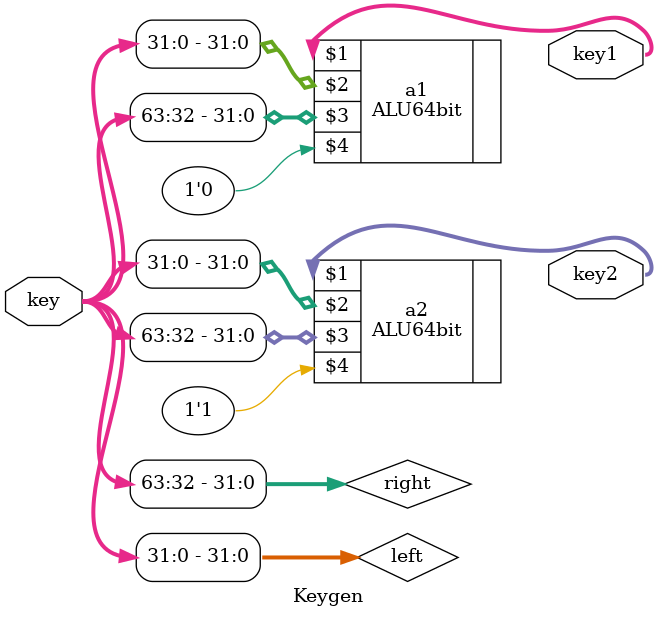
<source format=v>
module Keygen(key1,key2,key);
	output [63:0] key1, key2;
	input [63:0] key;
	wire [31:0] left, right;

	assign left = key[31:0];
	assign right = key[63:32];
	ALU64bit a1(key1,left,right,1'b0);
	ALU64bit a2(key2,left,right,1'b1);
endmodule
</source>
